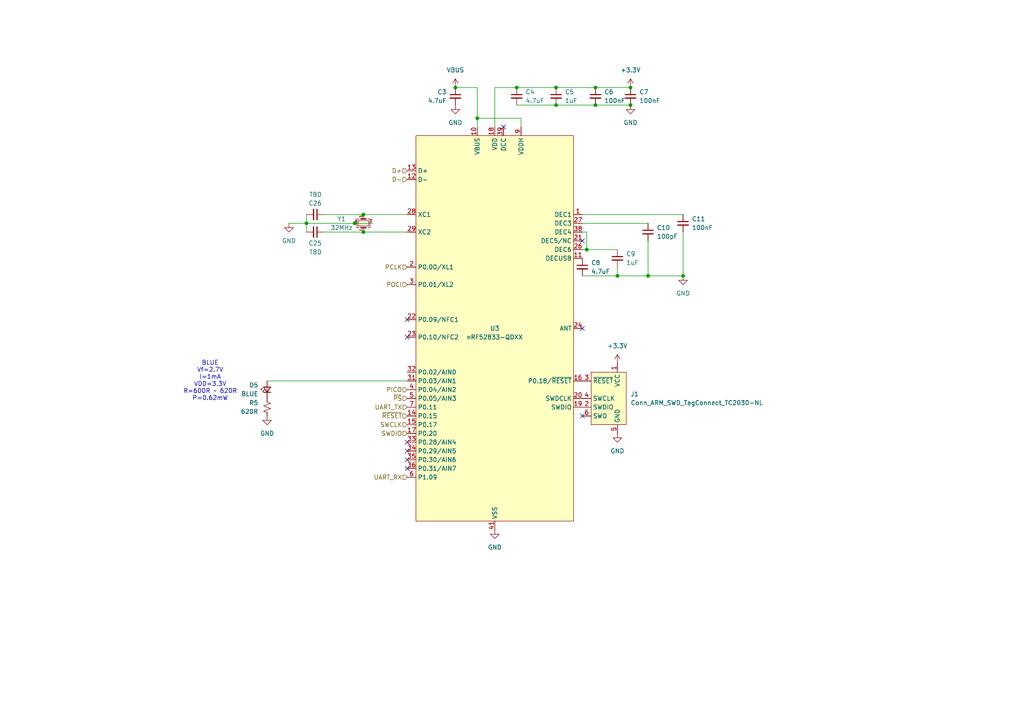
<source format=kicad_sch>
(kicad_sch (version 20250114) (generator "eeschema") (generator_version "9.0")
  (paper "A4")
  (lib_symbols
    (symbol "Connector:Conn_ARM_SWD_TagConnect_TC2030-NL" (in_bom no)
      (property "Reference" "J" (at 2.54 11.43 0))
      (property "Value" "Conn_ARM_SWD_TagConnect_TC2030-NL" (at 2.54 8.89 0))
      (symbol "Conn_ARM_SWD_TagConnect_TC2030-NL_0_0"
        (pin power_in line (at -2.54 10.16 270) (length 2.54) (name "VCC") (number "1"))
        (pin power_in line (at -2.54 -10.16 90) (length 2.54) (name "GND") (number "5"))
        (pin open_collector line (at 7.62 5.08 180) (length 2.54) (name "~{RESET}") (number "3"))
        (pin output line (at 7.62 0 180) (length 2.54) (name "SWCLK") (number "4"))
        (pin bidirectional line (at 7.62 -2.54 180) (length 2.54) (name "SWDIO") (number "2"))
        (pin input line (at 7.62 -5.08 180) (length 2.54) (name "SWO") (number "6"))
      )
      (symbol "Conn_ARM_SWD_TagConnect_TC2030-NL_0_1"
        (rectangle (start -5.08 7.62) (end 5.08 -7.62) (fill (type background)))
      )
    )
    (symbol "Device:C_Small" (pin_numbers (hide yes)) (pin_names (offset 0.254) (hide yes))
      (property "Reference" "C" (at 0.254 1.778 0))
      (property "Value" "C_Small" (at 0.254 -2.032 0))
      (symbol "C_Small_0_1"
        (polyline (pts (xy -1.524 0.508) (xy 1.524 0.508)) (stroke (width 0.3048)))
        (polyline (pts (xy -1.524 -0.508) (xy 1.524 -0.508)) (stroke (width 0.3302)))
      )
      (symbol "C_Small_1_1"
        (pin passive line (at 0 2.54 270) (length 2.032) (name "~") (number "1"))
        (pin passive line (at 0 -2.54 90) (length 2.032) (name "~") (number "2"))
      )
    )
    (symbol "Device:Crystal_GND24_Small" (pin_names (offset 1.016) (hide yes))
      (property "Reference" "Y" (at 1.27 4.445 0))
      (property "Value" "Crystal_GND24_Small" (at 1.27 2.54 0))
      (symbol "Crystal_GND24_Small_0_1"
        (polyline (pts (xy -1.27 1.27) (xy -1.27 1.905) (xy 1.27 1.905) (xy 1.27 1.27)))
        (polyline (pts (xy -1.27 -0.762) (xy -1.27 0.762)) (stroke (width 0.381)))
        (polyline (pts (xy -1.27 -1.27) (xy -1.27 -1.905) (xy 1.27 -1.905) (xy 1.27 -1.27)))
        (rectangle (start -0.762 -1.524) (end 0.762 1.524))
        (polyline (pts (xy 1.27 -0.762) (xy 1.27 0.762)) (stroke (width 0.381)))
      )
      (symbol "Crystal_GND24_Small_1_1"
        (pin passive line (at -2.54 0 0) (length 1.27) (name "1") (number "1"))
        (pin passive line (at 0 2.54 270) (length 0.635) (name "4") (number "4"))
        (pin passive line (at 0 -2.54 90) (length 0.635) (name "2") (number "2"))
        (pin passive line (at 2.54 0 180) (length 1.27) (name "3") (number "3"))
      )
    )
    (symbol "Device:LED_Small" (pin_numbers (hide yes)) (pin_names (offset 0.254) (hide yes))
      (property "Reference" "D" (at -1.27 3.175 0))
      (property "Value" "LED_Small" (at -4.445 -2.54 0))
      (symbol "LED_Small_0_1"
        (polyline (pts (xy -0.762 -1.016) (xy -0.762 1.016)) (stroke (width 0.254)))
        (polyline (pts (xy 0 0.762) (xy -0.508 1.27) (xy -0.254 1.27) (xy -0.508 1.27) (xy -0.508 1.016)))
        (polyline (pts (xy 0.508 1.27) (xy 0 1.778) (xy 0.254 1.778) (xy 0 1.778) (xy 0 1.524)))
        (polyline (pts (xy 0.762 -1.016) (xy -0.762 0) (xy 0.762 1.016) (xy 0.762 -1.016)) (stroke (width 0.254)))
        (polyline (pts (xy 1.016 0) (xy -0.762 0)))
      )
      (symbol "LED_Small_1_1"
        (pin passive line (at -2.54 0 0) (length 1.778) (name "K") (number "1"))
        (pin passive line (at 2.54 0 180) (length 1.778) (name "A") (number "2"))
      )
    )
    (symbol "Device:R_Small_US" (pin_numbers (hide yes)) (pin_names (offset 0.254) (hide yes))
      (property "Reference" "R" (at 0.762 0.508 0))
      (property "Value" "R_Small_US" (at 0.762 -1.016 0))
      (symbol "R_Small_US_1_1"
        (polyline (pts (xy 0 1.524) (xy 1.016 1.143) (xy 0 0.762) (xy -1.016 0.381) (xy 0 0)))
        (polyline (pts (xy 0 0) (xy 1.016 -0.381) (xy 0 -0.762) (xy -1.016 -1.143) (xy 0 -1.524)))
        (pin passive line (at 0 2.54 270) (length 1.016) (name "~") (number "1"))
        (pin passive line (at 0 -2.54 90) (length 1.016) (name "~") (number "2"))
      )
    )
    (symbol "PCM_nordic-lib-kicad-nrf52:nRF52833-QDXX"
      (property "Reference" "U" (at 0 0 0))
      (property "Value" "nRF52833-QDXX" (at 0 -2.54 0))
      (symbol "nRF52833-QDXX_0_0"
        (pin unspecified line (at -25.4 45.72 0) (length 2.54) (name "D+") (number "13"))
        (pin unspecified line (at -25.4 43.18 0) (length 2.54) (name "D-") (number "12"))
        (pin unspecified line (at -25.4 33.02 0) (length 2.54) (name "XC1") (number "28"))
        (pin unspecified line (at -25.4 27.94 0) (length 2.54) (name "XC2") (number "29"))
        (pin unspecified line (at -25.4 17.78 0) (length 2.54) (name "P0.00/XL1") (number "2"))
        (pin unspecified line (at -25.4 12.7 0) (length 2.54) (name "P0.01/XL2") (number "3"))
        (pin unspecified line (at -25.4 2.54 0) (length 2.54) (name "P0.09/NFC1") (number "22"))
        (pin unspecified line (at -25.4 -2.54 0) (length 2.54) (name "P0.10/NFC2") (number "23"))
        (pin unspecified line (at -25.4 -12.7 0) (length 2.54) (name "P0.02/AIN0") (number "32"))
        (pin unspecified line (at -25.4 -15.24 0) (length 2.54) (name "P0.03/AIN1") (number "31"))
        (pin unspecified line (at -25.4 -17.78 0) (length 2.54) (name "P0.04/AIN2") (number "4"))
        (pin unspecified line (at -25.4 -20.32 0) (length 2.54) (name "P0.05/AIN3") (number "5"))
        (pin unspecified line (at -25.4 -22.86 0) (length 2.54) (name "P0.11") (number "7"))
        (pin unspecified line (at -25.4 -25.4 0) (length 2.54) (name "P0.15") (number "14"))
        (pin unspecified line (at -25.4 -27.94 0) (length 2.54) (name "P0.17") (number "15"))
        (pin unspecified line (at -25.4 -30.48 0) (length 2.54) (name "P0.20") (number "17"))
        (pin unspecified line (at -25.4 -33.02 0) (length 2.54) (name "P0.28/AIN4") (number "33"))
        (pin unspecified line (at -25.4 -35.56 0) (length 2.54) (name "P0.29/AIN5") (number "34"))
        (pin unspecified line (at -25.4 -38.1 0) (length 2.54) (name "P0.30/AIN6") (number "35"))
        (pin unspecified line (at -25.4 -40.64 0) (length 2.54) (name "P0.31/AIN7") (number "36"))
        (pin unspecified line (at -25.4 -43.18 0) (length 2.54) (name "P1.09") (number "6"))
        (pin unspecified line (at -5.08 58.42 270) (length 2.54) (name "VBUS") (number "10"))
        (pin unspecified line (at 0 58.42 270) (length 2.54) (name "VDD") (number "18"))
        (pin unspecified line (at 2.54 58.42 270) (length 2.54) (name "DCC") (number "39"))
        (pin unspecified line (at 7.62 58.42 270) (length 2.54) (name "VDDH") (number "9"))
        (pin unspecified line (at 25.4 20.32 180) (length 2.54) (name "DECUSB") (number "11"))
        (pin unspecified line (at 25.4 0 180) (length 2.54) (name "ANT") (number "24"))
        (pin unspecified line (at 25.4 -20.32 180) (length 2.54) (name "SWDCLK") (number "20"))
        (pin unspecified line (at 25.4 -22.86 180) (length 2.54) (name "SWDIO") (number "19"))
      )
      (symbol "nRF52833-QDXX_1_0"
        (pin unspecified line (at 0 58.42 270) (length 2.54) (hide yes) (name "VDD") (number "30"))
        (pin unspecified line (at 0 58.42 270) (length 2.54) (hide yes) (name "VDD") (number "40"))
        (pin unspecified line (at 0 58.42 270) (length 2.54) (hide yes) (name "VDD") (number "8"))
        (pin unspecified line (at 0 -58.42 90) (length 2.54) (hide yes) (name "VSS_PA") (number "25"))
        (pin unspecified line (at 0 -58.42 90) (length 2.54) (hide yes) (name "VSS") (number "37"))
        (pin unspecified line (at 0 -58.42 90) (length 2.54) (name "VSS") (number "41"))
        (pin unspecified line (at 25.4 33.02 180) (length 2.54) (name "DEC1") (number "1"))
        (pin unspecified line (at 25.4 30.48 180) (length 2.54) (name "DEC3") (number "27"))
        (pin unspecified line (at 25.4 27.94 180) (length 2.54) (name "DEC4") (number "38"))
        (pin unspecified line (at 25.4 25.4 180) (length 2.54) (name "DEC5/NC") (number "21"))
        (pin unspecified line (at 25.4 22.86 180) (length 2.54) (name "DEC6") (number "26"))
        (pin unspecified line (at 25.4 -15.24 180) (length 2.54) (name "P0.18/~{RESET}") (number "16"))
      )
      (symbol "nRF52833-QDXX_1_1"
        (rectangle (start -22.86 55.88) (end 22.86 -55.88) (fill (type background)))
      )
    )
    (symbol "power:+3.3V" (power) (pin_numbers (hide yes)) (pin_names (offset 0) (hide yes))
      (property "Value" "+3.3V" (at 0 3.556 0))
      (symbol "+3.3V_0_1"
        (polyline (pts (xy -0.762 1.27) (xy 0 2.54)))
        (polyline (pts (xy 0 2.54) (xy 0.762 1.27)))
        (polyline (pts (xy 0 0) (xy 0 2.54)))
      )
      (symbol "+3.3V_1_1"
        (pin power_in line (at 0 0 90) (length 0) (name "~") (number "1"))
      )
    )
    (symbol "power:GND" (power) (pin_numbers (hide yes)) (pin_names (offset 0) (hide yes))
      (property "Value" "GND" (at 0 -3.81 0))
      (symbol "GND_0_1"
        (polyline (pts (xy 0 0) (xy 0 -1.27) (xy 1.27 -1.27) (xy 0 -2.54) (xy -1.27 -1.27) (xy 0 -1.27)))
      )
      (symbol "GND_1_1"
        (pin power_in line (at 0 0 270) (length 0) (name "~") (number "1"))
      )
    )
    (symbol "power:VBUS" (power) (pin_numbers (hide yes)) (pin_names (offset 0) (hide yes))
      (property "Value" "VBUS" (at 0 3.556 0))
      (symbol "VBUS_0_1"
        (polyline (pts (xy -0.762 1.27) (xy 0 2.54)))
        (polyline (pts (xy 0 2.54) (xy 0.762 1.27)))
        (polyline (pts (xy 0 0) (xy 0 2.54)))
      )
      (symbol "VBUS_1_1"
        (pin power_in line (at 0 0 90) (length 0) (name "~") (number "1"))
      )
    )
  )
  (text "BLUE\nVf=2.7V\nI=1mA\nVDD=3.3V\nR=600R ~ 620R\nP=0.62mW" (at 60.96 110.49 0) (effects (font (size 1.27 1.27))))
  (junction (at 105.41 62.23))
  (junction (at 161.29 25.4))
  (junction (at 161.29 30.48))
  (junction (at 102.87 64.77))
  (junction (at 172.72 30.48))
  (junction (at 138.43 34.29))
  (junction (at 187.96 80.01))
  (junction (at 105.41 67.31))
  (junction (at 170.18 72.39))
  (junction (at 172.72 25.4))
  (junction (at 132.08 25.4))
  (junction (at 182.88 30.48))
  (junction (at 88.9 64.77))
  (junction (at 182.88 25.4))
  (junction (at 179.07 80.01))
  (junction (at 149.86 25.4))
  (junction (at 198.12 80.01))
  (no_connect (at 168.91 95.25))
  (no_connect (at 118.11 97.79))
  (no_connect (at 118.11 133.35))
  (no_connect (at 118.11 92.71))
  (no_connect (at 168.91 120.65))
  (no_connect (at 168.91 69.85))
  (no_connect (at 146.05 36.83))
  (no_connect (at 118.11 130.81))
  (no_connect (at 118.11 135.89))
  (no_connect (at 118.11 128.27))
  (wire (pts (xy 105.41 62.23) (xy 118.11 62.23)))
  (wire (pts (xy 77.47 110.49) (xy 118.11 110.49)))
  (wire (pts (xy 170.18 72.39) (xy 170.18 67.31)))
  (wire (pts (xy 149.86 30.48) (xy 161.29 30.48)))
  (wire (pts (xy 149.86 25.4) (xy 143.51 25.4)))
  (wire (pts (xy 161.29 25.4) (xy 172.72 25.4)))
  (wire (pts (xy 105.41 67.31) (xy 118.11 67.31)))
  (wire (pts (xy 170.18 72.39) (xy 179.07 72.39)))
  (wire (pts (xy 83.82 64.77) (xy 88.9 64.77)))
  (wire (pts (xy 168.91 72.39) (xy 170.18 72.39)))
  (wire (pts (xy 168.91 64.77) (xy 187.96 64.77)))
  (wire (pts (xy 168.91 62.23) (xy 198.12 62.23)))
  (wire (pts (xy 102.87 64.77) (xy 107.95 64.77)))
  (wire (pts (xy 138.43 34.29) (xy 138.43 36.83)))
  (wire (pts (xy 88.9 62.23) (xy 88.9 64.77)))
  (wire (pts (xy 93.98 62.23) (xy 105.41 62.23)))
  (wire (pts (xy 149.86 25.4) (xy 161.29 25.4)))
  (wire (pts (xy 132.08 25.4) (xy 138.43 25.4)))
  (wire (pts (xy 88.9 64.77) (xy 88.9 67.31)))
  (wire (pts (xy 179.07 77.47) (xy 179.07 80.01)))
  (wire (pts (xy 198.12 80.01) (xy 198.12 67.31)))
  (wire (pts (xy 187.96 69.85) (xy 187.96 80.01)))
  (wire (pts (xy 88.9 64.77) (xy 102.87 64.77)))
  (wire (pts (xy 179.07 80.01) (xy 187.96 80.01)))
  (wire (pts (xy 143.51 25.4) (xy 143.51 36.83)))
  (wire (pts (xy 187.96 80.01) (xy 198.12 80.01)))
  (wire (pts (xy 138.43 34.29) (xy 151.13 34.29)))
  (wire (pts (xy 138.43 25.4) (xy 138.43 34.29)))
  (wire (pts (xy 170.18 67.31) (xy 168.91 67.31)))
  (wire (pts (xy 161.29 30.48) (xy 172.72 30.48)))
  (wire (pts (xy 172.72 25.4) (xy 182.88 25.4)))
  (wire (pts (xy 168.91 80.01) (xy 179.07 80.01)))
  (wire (pts (xy 151.13 34.29) (xy 151.13 36.83)))
  (wire (pts (xy 172.72 30.48) (xy 182.88 30.48)))
  (wire (pts (xy 93.98 67.31) (xy 105.41 67.31)))
  (hierarchical_label "D-" (shape input) (at 118.11 52.07 180))
  (hierarchical_label "UART_RX" (shape input) (at 118.11 138.43 180))
  (hierarchical_label "~{PS}" (shape input) (at 118.11 115.57 180))
  (hierarchical_label "SWCLK" (shape input) (at 118.11 123.19 180))
  (hierarchical_label "POCI" (shape input) (at 118.11 82.55 180))
  (hierarchical_label "D+" (shape input) (at 118.11 49.53 180))
  (hierarchical_label "PICO" (shape input) (at 118.11 113.03 180))
  (hierarchical_label "SWDIO" (shape input) (at 118.11 125.73 180))
  (hierarchical_label "UART_TX" (shape input) (at 118.11 118.11 180))
  (hierarchical_label "PCLK" (shape input) (at 118.11 77.47 180))
  (hierarchical_label "~{RESET}" (shape input) (at 118.11 120.65 180))
  (symbol (lib_id "Device:C_Small") (at 91.44 62.23 270) (unit 1)
    (property "Reference" "C26" (at 93.3735 58.9684 90) (effects (justify right)))
    (property "Value" "TBD" (at 93.3735 56.4284 90) (effects (justify right)))
    (property "Footprint" "Capacitor_SMD:C_0402_1005Metric" (effects (hide yes)))
    (property "Description" "Unpolarized capacitor, small symbol" (effects (hide yes)))
  )
  (symbol (lib_id "power:GND") (at 179.07 125.73 0) (unit 1)
    (property "Reference" "#PWR011" (effects (hide yes)))
    (property "Value" "GND" (at 179.07 130.81 0))
    (property "Description" "Power symbol creates a global label with name \"GND\" , ground" (effects (hide yes)))
  )
  (symbol (lib_id "power:GND") (at 198.12 80.01 0) (unit 1)
    (property "Reference" "#PWR018" (effects (hide yes)))
    (property "Value" "GND" (at 198.12 85.09 0))
    (property "Description" "Power symbol creates a global label with name \"GND\" , ground" (effects (hide yes)))
  )
  (symbol (lib_id "Device:C_Small") (at 198.12 64.77 0) (mirror y) (unit 1)
    (property "Reference" "C11" (at 200.66 63.5062 0) (effects (justify right)))
    (property "Value" "100nF" (at 200.66 66.0462 0) (effects (justify right)))
    (property "Footprint" "Capacitor_SMD:C_0402_1005Metric" (effects (hide yes)))
    (property "Description" "Unpolarized capacitor, small symbol" (effects (hide yes)))
  )
  (symbol (lib_id "Device:C_Small") (at 149.86 27.94 0) (mirror y) (unit 1)
    (property "Reference" "C4" (at 152.4 26.6762 0) (effects (justify right)))
    (property "Value" "4.7uF" (at 152.4 29.2162 0) (effects (justify right)))
    (property "Footprint" "Capacitor_SMD:C_0402_1005Metric" (effects (hide yes)))
    (property "Description" "Unpolarized capacitor, small symbol" (effects (hide yes)))
  )
  (symbol (lib_id "Device:C_Small") (at 132.08 27.94 0) (unit 1)
    (property "Reference" "C3" (at 129.54 26.6762 0) (effects (justify right)))
    (property "Value" "4.7uF" (at 129.54 29.2162 0) (effects (justify right)))
    (property "Footprint" "Capacitor_SMD:C_0402_1005Metric" (effects (hide yes)))
    (property "Description" "Unpolarized capacitor, small symbol" (effects (hide yes)))
  )
  (symbol (lib_id "power:GND") (at 143.51 153.67 0) (unit 1)
    (property "Reference" "#PWR010" (effects (hide yes)))
    (property "Value" "GND" (at 143.51 158.75 0))
    (property "Description" "Power symbol creates a global label with name \"GND\" , ground" (effects (hide yes)))
  )
  (symbol (lib_id "Device:C_Small") (at 161.29 27.94 0) (mirror y) (unit 1)
    (property "Reference" "C5" (at 163.83 26.6762 0) (effects (justify right)))
    (property "Value" "1uF" (at 163.83 29.2162 0) (effects (justify right)))
    (property "Footprint" "Capacitor_SMD:C_0402_1005Metric" (effects (hide yes)))
    (property "Description" "Unpolarized capacitor, small symbol" (effects (hide yes)))
  )
  (symbol (lib_id "Device:C_Small") (at 182.88 27.94 0) (mirror y) (unit 1)
    (property "Reference" "C7" (at 185.42 26.6762 0) (effects (justify right)))
    (property "Value" "100nF" (at 185.42 29.2162 0) (effects (justify right)))
    (property "Footprint" "Capacitor_SMD:C_0402_1005Metric" (effects (hide yes)))
    (property "Description" "Unpolarized capacitor, small symbol" (effects (hide yes)))
  )
  (symbol (lib_id "Device:LED_Small") (at 77.47 113.03 90) (unit 1)
    (property "Reference" "D5" (at 74.93 111.6964 90) (effects (justify left)))
    (property "Value" "BLUE" (at 74.93 114.2364 90) (effects (justify left)))
    (property "Footprint" "LED_SMD:LED_0603_1608Metric" (effects (hide yes)))
    (property "Description" "Light emitting diode, small symbol" (effects (hide yes)))
    (property "LCSC" "C7496819" (effects (hide yes)))
  )
  (symbol (lib_id "Device:C_Small") (at 91.44 67.31 270) (mirror x) (unit 1)
    (property "Reference" "C25" (at 93.3735 70.5716 90) (effects (justify right)))
    (property "Value" "TBD" (at 93.3735 73.1116 90) (effects (justify right)))
    (property "Footprint" "Capacitor_SMD:C_0402_1005Metric" (effects (hide yes)))
    (property "Description" "Unpolarized capacitor, small symbol" (effects (hide yes)))
  )
  (symbol (lib_id "Device:C_Small") (at 179.07 74.93 0) (mirror y) (unit 1)
    (property "Reference" "C9" (at 181.61 73.6662 0) (effects (justify right)))
    (property "Value" "1uF" (at 181.61 76.2062 0) (effects (justify right)))
    (property "Footprint" "Capacitor_SMD:C_0402_1005Metric" (effects (hide yes)))
    (property "Description" "Unpolarized capacitor, small symbol" (effects (hide yes)))
  )
  (symbol (lib_id "Device:C_Small") (at 172.72 27.94 0) (mirror y) (unit 1)
    (property "Reference" "C6" (at 175.26 26.6762 0) (effects (justify right)))
    (property "Value" "100nF" (at 175.26 29.2162 0) (effects (justify right)))
    (property "Footprint" "Capacitor_SMD:C_0402_1005Metric" (effects (hide yes)))
    (property "Description" "Unpolarized capacitor, small symbol" (effects (hide yes)))
  )
  (symbol (lib_id "power:GND") (at 182.88 30.48 0) (unit 1)
    (property "Reference" "#PWR017" (effects (hide yes)))
    (property "Value" "GND" (at 182.88 35.56 0))
    (property "Description" "Power symbol creates a global label with name \"GND\" , ground" (effects (hide yes)))
  )
  (symbol (lib_id "power:GND") (at 83.82 64.77 0) (unit 1)
    (property "Reference" "#PWR025" (effects (hide yes)))
    (property "Value" "GND" (at 83.82 69.85 0))
    (property "Description" "Power symbol creates a global label with name \"GND\" , ground" (effects (hide yes)))
  )
  (symbol (lib_id "power:VBUS") (at 132.08 25.4 0) (unit 1)
    (property "Reference" "#PWR016" (effects (hide yes)))
    (property "Value" "VBUS" (at 132.08 20.32 0))
    (property "Description" "Power symbol creates a global label with name \"VBUS\"" (effects (hide yes)))
  )
  (symbol (lib_id "Device:C_Small") (at 168.91 77.47 0) (mirror y) (unit 1)
    (property "Reference" "C8" (at 171.45 76.2062 0) (effects (justify right)))
    (property "Value" "4.7uF" (at 171.45 78.7462 0) (effects (justify right)))
    (property "Footprint" "Capacitor_SMD:C_0402_1005Metric" (effects (hide yes)))
    (property "Description" "Unpolarized capacitor, small symbol" (effects (hide yes)))
  )
  (symbol (lib_id "Device:Crystal_GND24_Small") (at 105.41 64.77 90) (unit 1)
    (property "Reference" "Y1" (at 99.06 63.5 90))
    (property "Value" "32MHz" (at 99.06 66.04 90))
    (property "Footprint" "Crystal:Crystal_SMD_2016-4Pin_2.0x1.6mm" (effects (hide yes)))
    (property "Description" "Four pin crystal, GND on pins 2 and 4, small symbol" (effects (hide yes)))
  )
  (symbol (lib_id "power:+3.3V") (at 182.88 25.4 0) (unit 1)
    (property "Reference" "#PWR09" (effects (hide yes)))
    (property "Value" "+3.3V" (at 182.88 20.32 0))
    (property "Description" "Power symbol creates a global label with name \"+3.3V\"" (effects (hide yes)))
  )
  (symbol (lib_id "Connector:Conn_ARM_SWD_TagConnect_TC2030-NL") (at 176.53 115.57 0) (mirror y) (unit 1) (in_bom no)
    (property "Reference" "J1" (at 182.88 114.2999 0) (effects (justify right)))
    (property "Value" "Conn_ARM_SWD_TagConnect_TC2030-NL" (at 182.88 116.8399 0) (effects (justify right)))
    (property "Footprint" "Connector:Tag-Connect_TC2030-IDC-NL_2x03_P1.27mm_Vertical" (effects (hide yes)))
    (property "Datasheet" "https://www.tag-connect.com/wp-content/uploads/bsk-pdf-manager/TC2030-CTX_1.pdf" (effects (hide yes)))
    (property "Description" "Tag-Connect ARM Cortex SWD JTAG connector, 6 pin, no legs" (effects (hide yes)))
  )
  (symbol (lib_id "Device:R_Small_US") (at 77.47 118.11 0) (unit 1)
    (property "Reference" "R5" (at 74.93 116.8399 0) (effects (justify right)))
    (property "Value" "620R" (at 74.93 119.3799 0) (effects (justify right)))
    (property "Footprint" "Resistor_SMD:R_0402_1005Metric" (effects (hide yes)))
    (property "Description" "Resistor, small US symbol" (effects (hide yes)))
  )
  (symbol (lib_id "PCM_nordic-lib-kicad-nrf52:nRF52833-QDXX") (at 143.51 95.25 0) (unit 1)
    (property "Reference" "U3" (at 143.51 95.25 0))
    (property "Value" "nRF52833-QDXX" (at 143.51 97.79 0))
    (property "Footprint" "Package_DFN_QFN:QFN-40-1EP_5x5mm_P0.4mm_EP3.6x3.6mm_ThermalVias" (effects (hide yes)))
  )
  (symbol (lib_id "power:+3.3V") (at 179.07 105.41 0) (unit 1)
    (property "Reference" "#PWR012" (effects (hide yes)))
    (property "Value" "+3.3V" (at 179.07 100.33 0))
    (property "Description" "Power symbol creates a global label with name \"+3.3V\"" (effects (hide yes)))
  )
  (symbol (lib_id "power:GND") (at 77.47 120.65 0) (unit 1)
    (property "Reference" "#PWR032" (effects (hide yes)))
    (property "Value" "GND" (at 77.47 125.73 0))
    (property "Description" "Power symbol creates a global label with name \"GND\" , ground" (effects (hide yes)))
  )
  (symbol (lib_id "power:GND") (at 132.08 30.48 0) (unit 1)
    (property "Reference" "#PWR015" (effects (hide yes)))
    (property "Value" "GND" (at 132.08 35.56 0))
    (property "Description" "Power symbol creates a global label with name \"GND\" , ground" (effects (hide yes)))
  )
  (symbol (lib_id "Device:C_Small") (at 187.96 67.31 0) (mirror y) (unit 1)
    (property "Reference" "C10" (at 190.5 66.0462 0) (effects (justify right)))
    (property "Value" "100pF" (at 190.5 68.5862 0) (effects (justify right)))
    (property "Footprint" "Capacitor_SMD:C_0402_1005Metric" (effects (hide yes)))
    (property "Description" "Unpolarized capacitor, small symbol" (effects (hide yes)))
  )
)
</source>
